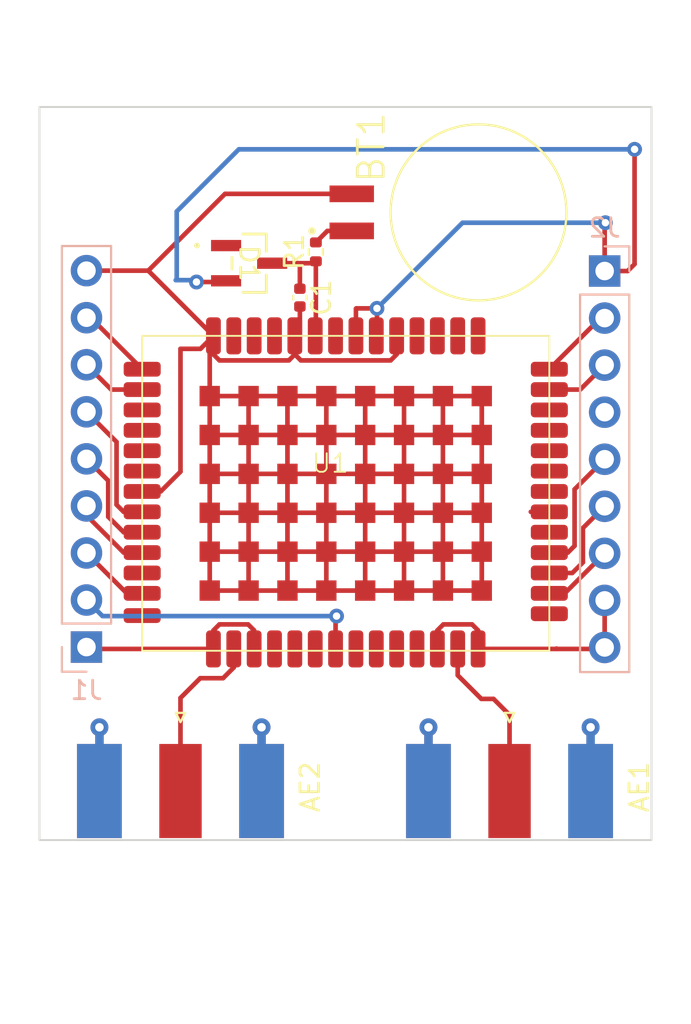
<source format=kicad_pcb>
(kicad_pcb (version 20221018) (generator pcbnew)
  (layers (0 "F.Cu" signal) (31 "B.Cu" signal) (34 "B.Paste" user) (35 "F.Paste" user) (36 "B.SilkS" user "B.Silkscreen") (37 "F.SilkS" user "F.Silkscreen") (38 "B.Mask" user) (39 "F.Mask" user) (44 "Edge.Cuts" user))
  (net 0 "")
  (net 1 "Net-(AE1-A)")
  (net 2 "Net-(AE2-A)")
  (net 3 "Net-(BT1-+)")
  (net 4 "Net-(D1-K)")
  (net 5 "GND")
  (net 6 "+3.3V")
  (net 7 "Net-(J1-Pin_2)")
  (net 8 "Net-(J1-Pin_3)")
  (net 9 "Net-(J1-Pin_4)")
  (net 10 "Net-(J1-Pin_5)")
  (net 11 "Net-(J1-Pin_6)")
  (net 12 "Net-(J1-Pin_7)")
  (net 13 "Net-(J1-Pin_8)")
  (net 14 "Net-(J2-Pin_2)")
  (net 15 "Net-(J2-Pin_3)")
  (net 16 "Net-(J2-Pin_4)")
  (net 17 "Net-(J2-Pin_5)")
  (net 18 "Net-(J2-Pin_6)")
  (net 19 "Net-(J2-Pin_7)")
  (footprint "Gps:SMA_Molex_73251-1153_EdgeMount_Horizontal" (layer "F.Cu") (at 121.92 111.05 90)
    (fp_text reference "AE2" (at -1.5 7 90) (layer "F.SilkS"))
    (fp_text value "Antenna")
    (fp_line (start 2 0) (end 2.5 -0.25) (stroke (width 0.12)) (layer "F.SilkS"))
    (fp_line (start 2.5 -0.25) (end 2.5 0.25) (stroke (width 0.12)) (layer "F.SilkS"))
    (fp_line (start 2.5 0.25) (end 2 0) (stroke (width 0.12)) (layer "F.SilkS"))
    (pad "1" smd rect (at -1.72 0 90) (size 5.08 2.29) (layers "F.Cu" "F.Paste" "F.Mask") (net 2 "Net-(AE2-A)"))
    (pad "2" smd rect (at -1.72 -4.38 90) (size 5.08 2.42) (layers "F.Cu" "F.Paste" "F.Mask"))
    (pad "2" smd rect (at -1.72 -4.38 90) (size 5.08 2.42) (layers "B.Cu" "B.Paste" "B.Mask"))
    (pad "2" smd rect (at -1.72 4.38 90) (size 5.08 2.42) (layers "F.Cu" "F.Paste" "F.Mask"))
    (pad "2" smd rect (at -1.72 4.38 90) (size 5.08 2.42) (layers "B.Cu" "B.Paste" "B.Mask"))
    (pad "2" smd rect (at 1.27 -4.38 90) (size 0.95 0.46) (layers "F.Cu"))
    (pad "2" smd rect (at 1.27 -4.38 90) (size 0.95 0.46) (layers "B.Cu"))
    (pad "2" smd rect (at 1.27 4.38 90) (size 0.95 0.46) (layers "F.Cu"))
    (pad "2" smd rect (at 1.27 4.38 90) (size 0.95 0.46) (layers "B.Cu"))
    (pad "2" thru_hole circle (at 1.72 -4.38 90) (size 0.97 0.97) (drill 0.46) (layers "*.Cu"))
    (pad "2" thru_hole circle (at 1.72 4.38 90) (size 0.97 0.97) (drill 0.46) (layers "*.Cu"))
  )
  (footprint "Gps:PX1172RH" (layer "F.Cu") (at 119.85 90)
    (fp_text reference "U1" (at 10.16 5.08 unlocked) (layer "F.SilkS") (effects (font (thickness 0.1))))
    (fp_text value "~")
    (fp_rect (start 0 -1.8) (end 22 15.2) (stroke (width 0.1)) (fill none) (layer "F.SilkS"))
    (pad "1" smd roundrect (at 3.85 15.1 90) (size 2 0.8) (layers "F.Cu" "F.Paste" "F.Mask") (net 5 "GND"))
    (pad "1$" smd rect (at 3.65 1.45) (size 1.1 1.1) (layers "F.Cu" "F.Paste" "F.Mask") (net 5 "GND"))
    (pad "2" smd roundrect (at 4.95 15.1 90) (size 2 0.8) (layers "F.Cu" "F.Paste" "F.Mask") (net 2 "Net-(AE2-A)"))
    (pad "2$" smd rect (at 5.75 1.45) (size 1.1 1.1) (layers "F.Cu" "F.Paste" "F.Mask"))
    (pad "3" smd roundrect (at 6.05 15.1 90) (size 2 0.8) (layers "F.Cu" "F.Paste" "F.Mask") (net 5 "GND"))
    (pad "3$" smd rect (at 7.85 1.45) (size 1.1 1.1) (layers "F.Cu" "F.Paste" "F.Mask"))
    (pad "4" smd roundrect (at 7.15 15.1 90) (size 2 0.8) (layers "F.Cu" "F.Paste" "F.Mask"))
    (pad "4$" smd rect (at 9.95 1.45) (size 1.1 1.1) (layers "F.Cu" "F.Paste" "F.Mask"))
    (pad "5" smd roundrect (at 8.25 15.1 90) (size 2 0.8) (layers "F.Cu" "F.Paste" "F.Mask"))
    (pad "5$" smd rect (at 12.05 1.45) (size 1.1 1.1) (layers "F.Cu" "F.Paste" "F.Mask"))
    (pad "6" smd roundrect (at 9.35 15.1 90) (size 2 0.8) (layers "F.Cu" "F.Paste" "F.Mask"))
    (pad "6$" smd rect (at 14.15 1.45) (size 1.1 1.1) (layers "F.Cu" "F.Paste" "F.Mask"))
    (pad "7" smd roundrect (at 10.45 15.1 90) (size 2 0.8) (layers "F.Cu" "F.Paste" "F.Mask") (net 7 "Net-(J1-Pin_2)"))
    (pad "7$" smd rect (at 16.25 1.45) (size 1.1 1.1) (layers "F.Cu" "F.Paste" "F.Mask"))
    (pad "8" smd roundrect (at 11.55 15.1 90) (size 2 0.8) (layers "F.Cu" "F.Paste" "F.Mask"))
    (pad "8$" smd rect (at 18.35 1.45) (size 1.1 1.1) (layers "F.Cu" "F.Paste" "F.Mask"))
    (pad "9" smd roundrect (at 12.65 15.1 90) (size 2 0.8) (layers "F.Cu" "F.Paste" "F.Mask"))
    (pad "9$" smd rect (at 3.65 3.55) (size 1.1 1.1) (layers "F.Cu" "F.Paste" "F.Mask"))
    (pad "10" smd roundrect (at 13.75 15.1 90) (size 2 0.8) (layers "F.Cu" "F.Paste" "F.Mask"))
    (pad "10$" smd rect (at 5.75 3.55) (size 1.1 1.1) (layers "F.Cu" "F.Paste" "F.Mask"))
    (pad "11" smd roundrect (at 14.85 15.1 90) (size 2 0.8) (layers "F.Cu" "F.Paste" "F.Mask"))
    (pad "11$" smd rect (at 7.85 3.55) (size 1.1 1.1) (layers "F.Cu" "F.Paste" "F.Mask"))
    (pad "12" smd roundrect (at 15.95 15.1 90) (size 2 0.8) (layers "F.Cu" "F.Paste" "F.Mask") (net 5 "GND"))
    (pad "12$" smd rect (at 9.95 3.55) (size 1.1 1.1) (layers "F.Cu" "F.Paste" "F.Mask"))
    (pad "13" smd roundrect (at 17.05 15.1 90) (size 2 0.8) (layers "F.Cu" "F.Paste" "F.Mask") (net 1 "Net-(AE1-A)"))
    (pad "13$" smd rect (at 12.05 3.55) (size 1.1 1.1) (layers "F.Cu" "F.Paste" "F.Mask"))
    (pad "14" smd roundrect (at 18.15 15.1 90) (size 2 0.8) (layers "F.Cu" "F.Paste" "F.Mask") (net 5 "GND"))
    (pad "14$" smd rect (at 14.15 3.55) (size 1.1 1.1) (layers "F.Cu" "F.Paste" "F.Mask"))
    (pad "15" smd roundrect (at 22 13.2) (size 2 0.8) (layers "F.Cu" "F.Paste" "F.Mask"))
    (pad "15$" smd rect (at 16.25 3.55) (size 1.1 1.1) (layers "F.Cu" "F.Paste" "F.Mask"))
    (pad "16" smd roundrect (at 22 12.1) (size 2 0.8) (layers "F.Cu" "F.Paste" "F.Mask") (net 19 "Net-(J2-Pin_7)"))
    (pad "16$" smd rect (at 18.35 3.55) (size 1.1 1.1) (layers "F.Cu" "F.Paste" "F.Mask"))
    (pad "17" smd roundrect (at 22 11) (size 2 0.8) (layers "F.Cu" "F.Paste" "F.Mask") (net 18 "Net-(J2-Pin_6)"))
    (pad "17$" smd rect (at 3.65 5.65) (size 1.1 1.1) (layers "F.Cu" "F.Paste" "F.Mask"))
    (pad "18" smd roundrect (at 22 9.9) (size 2 0.8) (layers "F.Cu" "F.Paste" "F.Mask") (net 17 "Net-(J2-Pin_5)"))
    (pad "18$" smd rect (at 5.75 5.65) (size 1.1 1.1) (layers "F.Cu" "F.Paste" "F.Mask"))
    (pad "19" smd roundrect (at 22 8.8) (size 2 0.8) (layers "F.Cu" "F.Paste" "F.Mask"))
    (pad "19$" smd rect (at 7.85 5.65) (size 1.1 1.1) (layers "F.Cu" "F.Paste" "F.Mask"))
    (pad "20" smd roundrect (at 22 7.7) (size 2 0.8) (layers "F.Cu" "F.Paste" "F.Mask") (net 16 "Net-(J2-Pin_4)"))
    (pad "20$" smd rect (at 9.95 5.65) (size 1.1 1.1) (layers "F.Cu" "F.Paste" "F.Mask"))
    (pad "21" smd roundrect (at 22 6.6) (size 2 0.8) (layers "F.Cu" "F.Paste" "F.Mask"))
    (pad "21$" smd rect (at 12.05 5.65) (size 1.1 1.1) (layers "F.Cu" "F.Paste" "F.Mask"))
    (pad "22" smd roundrect (at 22 5.5) (size 2 0.8) (layers "F.Cu" "F.Paste" "F.Mask"))
    (pad "22$" smd rect (at 14.15 5.65) (size 1.1 1.1) (layers "F.Cu" "F.Paste" "F.Mask"))
    (pad "23" smd roundrect (at 22 4.4) (size 2 0.8) (layers "F.Cu" "F.Paste" "F.Mask"))
    (pad "23$" smd rect (at 16.25 5.65) (size 1.1 1.1) (layers "F.Cu" "F.Paste" "F.Mask"))
    (pad "24" smd roundrect (at 22 3.3) (size 2 0.8) (layers "F.Cu" "F.Paste" "F.Mask"))
    (pad "24$" smd rect (at 18.35 5.65) (size 1.1 1.1) (layers "F.Cu" "F.Paste" "F.Mask"))
    (pad "25" smd roundrect (at 22 2.2) (size 2 0.8) (layers "F.Cu" "F.Mask"))
    (pad "25$" smd rect (at 3.65 7.75) (size 1.1 1.1) (layers "F.Cu" "F.Paste" "F.Mask"))
    (pad "26" smd roundrect (at 22 1.1) (size 2 0.8) (layers "F.Cu" "F.Paste" "F.Mask") (net 15 "Net-(J2-Pin_3)"))
    (pad "26$" smd rect (at 5.75 7.75) (size 1.1 1.1) (layers "F.Cu" "F.Paste" "F.Mask"))
    (pad "27" smd roundrect (at 22 0) (size 2 0.8) (layers "F.Cu" "F.Paste" "F.Mask") (net 14 "Net-(J2-Pin_2)"))
    (pad "27$" smd rect (at 7.85 7.75) (size 1.1 1.1) (layers "F.Cu" "F.Paste" "F.Mask"))
    (pad "28$" smd rect (at 9.95 7.75) (size 1.1 1.1) (layers "F.Cu" "F.Paste" "F.Mask"))
    (pad "29" smd roundrect (at 17.05 -1.8 90) (size 2 0.8) (layers "F.Cu" "F.Paste" "F.Mask"))
    (pad "29" smd roundrect (at 18.15 -1.8 90) (size 2 0.8) (layers "F.Cu" "F.Paste" "F.Mask"))
    (pad "29$" smd rect (at 12.05 7.75) (size 1.1 1.1) (layers "F.Cu" "F.Paste" "F.Mask"))
    (pad "30" smd roundrect (at 15.95 -1.8 90) (size 2 0.8) (layers "F.Cu" "F.Paste" "F.Mask"))
    (pad "30$" smd rect (at 14.15 7.75) (size 1.1 1.1) (layers "F.Cu" "F.Paste" "F.Mask"))
    (pad "31" smd roundrect (at 14.85 -1.8 90) (size 2 0.8) (layers "F.Cu" "F.Paste" "F.Mask"))
    (pad "31$" smd rect (at 16.25 7.75) (size 1.1 1.1) (layers "F.Cu" "F.Paste" "F.Mask"))
    (pad "32" smd roundrect (at 13.75 -1.8 90) (size 2 0.8) (layers "F.Cu" "F.Paste" "F.Mask") (net 5 "GND"))
    (pad "32$" smd rect (at 18.35 7.75) (size 1.1 1.1) (layers "F.Cu" "F.Paste" "F.Mask"))
    (pad "33" smd roundrect (at 12.65 -1.8 90) (size 2 0.8) (layers "F.Cu" "F.Paste" "F.Mask") (net 6 "+3.3V"))
    (pad "33$" smd rect (at 3.65 9.85) (size 1.1 1.1) (layers "F.Cu" "F.Paste" "F.Mask"))
    (pad "34" smd roundrect (at 11.55 -1.8 90) (size 2 0.8) (layers "F.Cu" "F.Paste" "F.Mask") (net 6 "+3.3V"))
    (pad "34$" smd rect (at 5.75 9.85) (size 1.1 1.1) (layers "F.Cu" "F.Paste" "F.Mask"))
    (pad "35" smd roundrect (at 10.45 -1.8 90) (size 2 0.8) (layers "F.Cu" "F.Paste" "F.Mask"))
    (pad "35$" smd rect (at 7.85 9.85) (size 1.1 1.1) (layers "F.Cu" "F.Paste" "F.Mask"))
    (pad "36" smd roundrect (at 9.35 -1.8 90) (size 2 0.8) (layers "F.Cu" "F.Paste" "F.Mask") (net 4 "Net-(D1-K)"))
    (pad "36$" smd rect (at 9.95 9.85) (size 1.1 1.1) (layers "F.Cu" "F.Paste" "F.Mask"))
    (pad "37" smd roundrect (at 8.25 -1.8 90) (size 2 0.8) (layers "F.Cu" "F.Paste" "F.Mask") (net 5 "GND"))
    (pad "37$" smd rect (at 12.05 9.85) (size 1.1 1.1) (layers "F.Cu" "F.Paste" "F.Mask"))
    (pad "38" smd roundrect (at 7.15 -1.8 90) (size 2 0.8) (layers "F.Cu" "F.Paste" "F.Mask"))
    (pad "38$" smd rect (at 14.15 9.85) (size 1.1 1.1) (layers "F.Cu" "F.Paste" "F.Mask"))
    (pad "39" smd roundrect (at 6.05 -1.8 90) (size 2 0.8) (layers "F.Cu" "F.Paste" "F.Mask"))
    (pad "39$" smd rect (at 16.25 9.85) (size 1.1 1.1) (layers "F.Cu" "F.Paste" "F.Mask"))
    (pad "40" smd roundrect (at 4.95 -1.8 90) (size 2 0.8) (layers "F.Cu" "F.Paste" "F.Mask"))
    (pad "40$" smd rect (at 18.35 9.85) (size 1.1 1.1) (layers "F.Cu" "F.Paste" "F.Mask"))
    (pad "41" smd roundrect (at 3.85 -1.8 90) (size 2 0.8) (layers "F.Cu" "F.Paste" "F.Mask") (net 5 "GND"))
    (pad "41$" smd rect (at 3.65 11.95) (size 1.1 1.1) (layers "F.Cu" "F.Paste" "F.Mask"))
    (pad "42" smd roundrect (at 0 0) (size 2 0.8) (layers "F.Cu" "F.Paste" "F.Mask") (net 13 "Net-(J1-Pin_8)"))
    (pad "42$" smd rect (at 5.75 11.95) (size 1.1 1.1) (layers "F.Cu" "F.Paste" "F.Mask"))
    (pad "43" smd roundrect (at 0 1.1) (size 2 0.8) (layers "F.Cu" "F.Paste" "F.Mask") (net 12 "Net-(J1-Pin_7)"))
    (pad "43$" smd rect (at 7.85 11.95) (size 1.1 1.1) (layers "F.Cu" "F.Paste" "F.Mask"))
    (pad "44" smd roundrect (at 0 2.2) (size 2 0.8) (layers "F.Cu" "F.Paste" "F.Mask"))
    (pad "44$" smd rect (at 9.95 11.95) (size 1.1 1.1) (layers "F.Cu" "F.Paste" "F.Mask"))
    (pad "45" smd roundrect (at 0 3.3) (size 2 0.8) (layers "F.Cu" "F.Paste" "F.Mask"))
    (pad "45$" smd rect (at 12.05 11.95) (size 1.1 1.1) (layers "F.Cu" "F.Paste" "F.Mask"))
    (pad "46" smd roundrect (at 0 4.4) (size 2 0.8) (layers "F.Cu" "F.Paste" "F.Mask"))
    (pad "46$" smd rect (at 14.15 11.95) (size 1.1 1.1) (layers "F.Cu" "F.Paste" "F.Mask"))
    (pad "47" smd roundrect (at 0 5.5) (size 2 0.8) (layers "F.Cu" "F.Paste" "F.Mask"))
    (pad "47$" smd rect (at 16.25 11.95) (size 1.1 1.1) (layers "F.Cu" "F.Paste" "F.Mask"))
    (pad "48" smd roundrect (at 0 6.6) (size 2 0.8) (layers "F.Cu" "F.Paste" "F.Mask") (net 5 "GND"))
    (pad "48$" smd rect (at 18.35 11.95) (size 1.1 1.1) (layers "F.Cu" "F.Paste" "F.Mask"))
    (pad "49" smd roundrect (at 0 7.7) (size 2 0.8) (layers "F.Cu" "F.Paste" "F.Mask") (net 11 "Net-(J1-Pin_6)"))
    (pad "50" smd roundrect (at 0 8.8) (size 2 0.8) (layers "F.Cu" "F.Paste" "F.Mask") (net 10 "Net-(J1-Pin_5)"))
    (pad "51" smd roundrect (at 0 9.9) (size 2 0.8) (layers "F.Cu" "F.Paste" "F.Mask") (net 9 "Net-(J1-Pin_4)"))
    (pad "52" smd roundrect (at 0 11) (size 2 0.8) (layers "F.Cu" "F.Paste" "F.Mask"))
    (pad "53" smd roundrect (at 0 12.1) (size 2 0.8) (layers "F.Cu" "F.Paste" "F.Mask") (net 8 "Net-(J1-Pin_3)"))
    (pad "54" smd roundrect (at 0 13.3) (size 2 0.8) (layers "F.Cu" "F.Paste" "F.Mask"))
  )
  (footprint "Gps:R_0402_1005Metric" (layer "F.Cu") (at 129.2352 83.6656 90)
    (fp_text reference "R1" (at 0 -1.17 90) (layer "F.SilkS"))
    (fp_text value "390")
    (fp_line (start -0.153641 -0.38) (end 0.153641 -0.38) (stroke (width 0.12)) (layer "F.SilkS"))
    (fp_line (start -0.153641 0.38) (end 0.153641 0.38) (stroke (width 0.12)) (layer "F.SilkS"))
    (pad "1" smd roundrect (at -0.51 0 90) (size 0.54 0.64) (layers "F.Cu" "F.Paste" "F.Mask") (net 4 "Net-(D1-K)"))
    (pad "2" smd roundrect (at 0.51 0 90) (size 0.54 0.64) (layers "F.Cu" "F.Paste" "F.Mask") (net 3 "Net-(BT1-+)"))
  )
  (footprint "Gps:C_0402_1005Metric" (layer "F.Cu") (at 128.3716 86.134 -90)
    (fp_text reference "C1" (at 0 -1.16 90) (layer "F.SilkS"))
    (fp_text value "1nF")
    (fp_line (start -0.107836 -0.36) (end 0.107836 -0.36) (stroke (width 0.12)) (layer "F.SilkS"))
    (fp_line (start -0.107836 0.36) (end 0.107836 0.36) (stroke (width 0.12)) (layer "F.SilkS"))
    (pad "1" smd roundrect (at -0.48 0 270) (size 0.56 0.62) (layers "F.Cu" "F.Paste" "F.Mask") (net 4 "Net-(D1-K)"))
    (pad "2" smd roundrect (at 0.48 0 270) (size 0.56 0.62) (layers "F.Cu" "F.Paste" "F.Mask") (net 5 "GND"))
  )
  (footprint "Gps:DIO_RB400DFH_ROM-M" (layer "F.Cu") (at 125.6284 84.2772 -90)
    (fp_text reference "D1" (at 0 0 -90 unlocked) (layer "F.SilkS"))
    (fp_text value "D_Zener")
    (fp_line (start -1.5748 -0.9271) (end -1.5748 0.340606) (stroke (width 0.1524)) (layer "F.SilkS"))
    (fp_line (start -0.63754 -0.9271) (end -1.5748 -0.9271) (stroke (width 0.1524)) (layer "F.SilkS"))
    (fp_line (start -0.312461 0.9271) (end 0.312461 0.9271) (stroke (width 0.1524)) (layer "F.SilkS"))
    (fp_line (start 1.5748 -0.9271) (end 0.63754 -0.9271) (stroke (width 0.1524)) (layer "F.SilkS"))
    (fp_line (start 1.5748 0.340606) (end 1.5748 -0.9271) (stroke (width 0.1524)) (layer "F.SilkS"))
    (fp_circle (center -0.95 2.8194) (end -0.8738 2.8194) (stroke (width 0.1524)) (fill none) (layer "F.SilkS"))
    (pad "1" smd rect (at -0.950001 1.2446 270) (size 0.6096 1.6256) (layers "F.Cu" "F.Paste" "F.Mask"))
    (pad "2" smd rect (at 0.950001 1.2446 270) (size 0.6096 1.6256) (layers "F.Cu" "F.Paste" "F.Mask") (net 6 "+3.3V"))
    (pad "3" smd rect (at 0 -1.2446 270) (size 0.6096 1.6256) (layers "F.Cu" "F.Paste" "F.Mask") (net 4 "Net-(D1-K)"))
  )
  (footprint "Gps:SMA_Molex_73251-1153_EdgeMount_Horizontal" (layer "F.Cu") (at 139.7 111.05 90)
    (fp_text reference "AE1" (at -1.5 7 90) (layer "F.SilkS"))
    (fp_text value "Antenna")
    (fp_line (start 2 0) (end 2.5 -0.25) (stroke (width 0.12)) (layer "F.SilkS"))
    (fp_line (start 2.5 -0.25) (end 2.5 0.25) (stroke (width 0.12)) (layer "F.SilkS"))
    (fp_line (start 2.5 0.25) (end 2 0) (stroke (width 0.12)) (layer "F.SilkS"))
    (pad "1" smd rect (at -1.72 0 90) (size 5.08 2.29) (layers "F.Cu" "F.Paste" "F.Mask") (net 1 "Net-(AE1-A)"))
    (pad "2" smd rect (at -1.72 -4.38 90) (size 5.08 2.42) (layers "F.Cu" "F.Paste" "F.Mask"))
    (pad "2" smd rect (at -1.72 -4.38 90) (size 5.08 2.42) (layers "B.Cu" "B.Paste" "B.Mask"))
    (pad "2" smd rect (at -1.72 4.38 90) (size 5.08 2.42) (layers "F.Cu" "F.Paste" "F.Mask"))
    (pad "2" smd rect (at -1.72 4.38 90) (size 5.08 2.42) (layers "B.Cu" "B.Paste" "B.Mask"))
    (pad "2" smd rect (at 1.27 -4.38 90) (size 0.95 0.46) (layers "F.Cu"))
    (pad "2" smd rect (at 1.27 -4.38 90) (size 0.95 0.46) (layers "B.Cu"))
    (pad "2" smd rect (at 1.27 4.38 90) (size 0.95 0.46) (layers "F.Cu"))
    (pad "2" smd rect (at 1.27 4.38 90) (size 0.95 0.46) (layers "B.Cu"))
    (pad "2" thru_hole circle (at 1.72 -4.38 90) (size 0.97 0.97) (drill 0.46) (layers "*.Cu"))
    (pad "2" thru_hole circle (at 1.72 4.38 90) (size 0.97 0.97) (drill 0.46) (layers "*.Cu"))
  )
  (footprint "Gps:BAT_MS920SE-FL27E" (layer "F.Cu") (at 138.0236 81.534 90)
    (fp_text reference "BT1" (at 3.5052 -5.7912 90) (layer "F.SilkS") (effects (font (size 1.4 1.4))))
    (fp_text value "3V")
    (fp_circle (center -1 -9) (end -0.9 -9) (stroke (width 0.2)) (fill none) (layer "F.SilkS"))
    (fp_circle (center 0 0) (end 4.75 0) (stroke (width 0.127)) (fill none) (layer "F.SilkS"))
    (pad "N" smd rect (at 1 -6.85 180) (size 2.4 0.9) (layers "F.Cu" "F.Paste" "F.Mask") (net 5 "GND"))
    (pad "P" smd rect (at -1 -6.85 180) (size 2.4 0.9) (layers "F.Cu" "F.Paste" "F.Mask") (net 3 "Net-(BT1-+)"))
  )
  (footprint "Gps:PinHeader_1x09_P2.54mm_Vertical" (layer "B.Cu") (at 144.84 84.7 180)
    (fp_text reference "J2" (at 0 2.33) (layer "B.SilkS") (effects (justify mirror)))
    (fp_text value "Conn_01x09")
    (fp_line (start -1.33 -21.65) (end 1.33 -21.65) (stroke (width 0.12)) (layer "B.SilkS"))
    (fp_line (start -1.33 -1.27) (end -1.33 -21.65) (stroke (width 0.12)) (layer "B.SilkS"))
    (fp_line (start -1.33 -1.27) (end 1.33 -1.27) (stroke (width 0.12)) (layer "B.SilkS"))
    (fp_line (start -1.33 0) (end -1.33 1.33) (stroke (width 0.12)) (layer "B.SilkS"))
    (fp_line (start -1.33 1.33) (end 0 1.33) (stroke (width 0.12)) (layer "B.SilkS"))
    (fp_line (start 1.33 -1.27) (end 1.33 -21.65) (stroke (width 0.12)) (layer "B.SilkS"))
    (pad "1" thru_hole rect (at 0 0 180) (size 1.7 1.7) (drill 1) (layers "*.Cu" "*.Mask") (net 6 "+3.3V"))
    (pad "2" thru_hole oval (at 0 -2.54 180) (size 1.7 1.7) (drill 1) (layers "*.Cu" "*.Mask") (net 14 "Net-(J2-Pin_2)"))
    (pad "3" thru_hole oval (at 0 -5.08 180) (size 1.7 1.7) (drill 1) (layers "*.Cu" "*.Mask") (net 15 "Net-(J2-Pin_3)"))
    (pad "4" thru_hole oval (at 0 -7.62 180) (size 1.7 1.7) (drill 1) (layers "*.Cu" "*.Mask") (net 16 "Net-(J2-Pin_4)"))
    (pad "5" thru_hole oval (at 0 -10.16 180) (size 1.7 1.7) (drill 1) (layers "*.Cu" "*.Mask") (net 17 "Net-(J2-Pin_5)"))
    (pad "6" thru_hole oval (at 0 -12.7 180) (size 1.7 1.7) (drill 1) (layers "*.Cu" "*.Mask") (net 18 "Net-(J2-Pin_6)"))
    (pad "7" thru_hole oval (at 0 -15.24 180) (size 1.7 1.7) (drill 1) (layers "*.Cu" "*.Mask") (net 19 "Net-(J2-Pin_7)"))
    (pad "8" thru_hole oval (at 0 -17.78 180) (size 1.7 1.7) (drill 1) (layers "*.Cu" "*.Mask") (net 5 "GND"))
    (pad "9" thru_hole oval (at 0 -20.32 180) (size 1.7 1.7) (drill 1) (layers "*.Cu" "*.Mask") (net 5 "GND"))
  )
  (footprint "Gps:PinHeader_1x09_P2.54mm_Vertical" (layer "B.Cu") (at 116.84 105)
    (fp_text reference "J1" (at 0 2.33) (layer "B.SilkS") (effects (justify mirror)))
    (fp_text value "Conn_01x09")
    (fp_line (start -1.33 -21.65) (end 1.33 -21.65) (stroke (width 0.12)) (layer "B.SilkS"))
    (fp_line (start -1.33 -1.27) (end -1.33 -21.65) (stroke (width 0.12)) (layer "B.SilkS"))
    (fp_line (start -1.33 -1.27) (end 1.33 -1.27) (stroke (width 0.12)) (layer "B.SilkS"))
    (fp_line (start -1.33 0) (end -1.33 1.33) (stroke (width 0.12)) (layer "B.SilkS"))
    (fp_line (start -1.33 1.33) (end 0 1.33) (stroke (width 0.12)) (layer "B.SilkS"))
    (fp_line (start 1.33 -1.27) (end 1.33 -21.65) (stroke (width 0.12)) (layer "B.SilkS"))
    (pad "1" thru_hole rect (at 0 0) (size 1.7 1.7) (drill 1) (layers "*.Cu" "*.Mask") (net 5 "GND"))
    (pad "2" thru_hole oval (at 0 -2.54) (size 1.7 1.7) (drill 1) (layers "*.Cu" "*.Mask") (net 7 "Net-(J1-Pin_2)"))
    (pad "3" thru_hole oval (at 0 -5.08) (size 1.7 1.7) (drill 1) (layers "*.Cu" "*.Mask") (net 8 "Net-(J1-Pin_3)"))
    (pad "4" thru_hole oval (at 0 -7.62) (size 1.7 1.7) (drill 1) (layers "*.Cu" "*.Mask") (net 9 "Net-(J1-Pin_4)"))
    (pad "5" thru_hole oval (at 0 -10.16) (size 1.7 1.7) (drill 1) (layers "*.Cu" "*.Mask") (net 10 "Net-(J1-Pin_5)"))
    (pad "6" thru_hole oval (at 0 -12.7) (size 1.7 1.7) (drill 1) (layers "*.Cu" "*.Mask") (net 11 "Net-(J1-Pin_6)"))
    (pad "7" thru_hole oval (at 0 -15.24) (size 1.7 1.7) (drill 1) (layers "*.Cu" "*.Mask") (net 12 "Net-(J1-Pin_7)"))
    (pad "8" thru_hole oval (at 0 -17.78) (size 1.7 1.7) (drill 1) (layers "*.Cu" "*.Mask") (net 13 "Net-(J1-Pin_8)"))
    (pad "9" thru_hole oval (at 0 -20.32) (size 1.7 1.7) (drill 1) (layers "*.Cu" "*.Mask") (net 5 "GND"))
  )
  (gr_rect (start 114.3 75.8444) (end 147.3708 115.4176) (stroke (width 0.1)) (fill none) (layer "Edge.Cuts"))
  (segment (start 138.8364 107.7976) (end 139.7 108.6612) (width 0.25) (layer "F.Cu") (net 1))
  (segment (start 136.9 105.1) (end 136.9 106.5216) (width 0.25) (layer "F.Cu") (net 1))
  (segment (start 139.7 108.6612) (end 139.7 112.77) (width 0.25) (layer "F.Cu") (net 1))
  (segment (start 136.9 106.5216) (end 138.176 107.7976) (width 0.25) (layer "F.Cu") (net 1))
  (segment (start 138.176 107.7976) (end 138.8364 107.7976) (width 0.25) (layer "F.Cu") (net 1))
  (segment (start 124.22 106.68) (end 122.9868 106.68) (width 0.25) (layer "F.Cu") (net 2))
  (segment (start 122.9868 106.68) (end 121.92 107.7468) (width 0.25) (layer "F.Cu") (net 2))
  (segment (start 124.8 106.1) (end 124.22 106.68) (width 0.25) (layer "F.Cu") (net 2))
  (segment (start 124.8 105.1) (end 124.8 106.1) (width 0.25) (layer "F.Cu") (net 2))
  (segment (start 121.92 107.7468) (end 121.92 112.77) (width 0.25) (layer "F.Cu") (net 2))
  (segment (start 131.1736 82.534) (end 129.8568 82.534) (width 0.25) (layer "F.Cu") (net 3))
  (segment (start 129.8568 82.534) (end 129.2352 83.1556) (width 0.25) (layer "F.Cu") (net 3))
  (segment (start 129.1336 84.2772) (end 129.2352 84.1756) (width 0.25) (layer "F.Cu") (net 4))
  (segment (start 128.27 84.2772) (end 129.1336 84.2772) (width 0.25) (layer "F.Cu") (net 4))
  (segment (start 128.3716 85.654) (end 128.3716 84.3788) (width 0.25) (layer "F.Cu") (net 4))
  (segment (start 128.3716 84.3788) (end 128.27 84.2772) (width 0.25) (layer "F.Cu") (net 4))
  (segment (start 129.2352 88.1648) (end 129.2 88.2) (width 0.25) (layer "F.Cu") (net 4))
  (segment (start 126.873 84.2772) (end 128.27 84.2772) (width 0.25) (layer "F.Cu") (net 4))
  (segment (start 129.2352 84.1756) (end 129.2352 88.1648) (width 0.25) (layer "F.Cu") (net 4))
  (segment (start 125.6 91.45) (end 127.7 91.45) (width 0.25) (layer "F.Cu") (net 5))
  (segment (start 123.7 105.1) (end 116.94 105.1) (width 0.25) (layer "F.Cu") (net 5))
  (segment (start 125.6 91.45) (end 125.6 101.95) (width 0.25) (layer "F.Cu") (net 5))
  (segment (start 137.675 103.775) (end 136.125 103.775) (width 0.25) (layer "F.Cu") (net 5))
  (segment (start 138 104.1) (end 137.675 103.775) (width 0.25) (layer "F.Cu") (net 5))
  (segment (start 123.7 105.1) (end 123.7 104.1) (width 0.25) (layer "F.Cu") (net 5))
  (segment (start 127.7 91.45) (end 129.8 91.45) (width 0.25) (layer "F.Cu") (net 5))
  (segment (start 120.18 84.68) (end 116.84 84.68) (width 0.25) (layer "F.Cu") (net 5))
  (segment (start 142.24 105.1) (end 142.24 105.08) (width 0.25) (layer "F.Cu") (net 5))
  (segment (start 123.5 97.75) (end 123.5 99.85) (width 0.25) (layer "F.Cu") (net 5))
  (segment (start 123.5 101.95) (end 123.5 99.85) (width 0.25) (layer "F.Cu") (net 5))
  (segment (start 138.2 95.65) (end 138.2 97.75) (width 0.25) (layer "F.Cu") (net 5))
  (segment (start 128.1 89.2) (end 128.425 89.525) (width 0.25) (layer "F.Cu") (net 5))
  (segment (start 138.2 101.95) (end 123.5 101.95) (width 0.25) (layer "F.Cu") (net 5))
  (segment (start 128.1 89.2) (end 127.775 89.525) (width 0.25) (layer "F.Cu") (net 5))
  (segment (start 123.7 104.1) (end 124.025 103.775) (width 0.25) (layer "F.Cu") (net 5))
  (segment (start 128.3716 86.614) (end 128.3716 87.9284) (width 0.25) (layer "F.Cu") (net 5))
  (segment (start 134 91.45) (end 136.1 91.45) (width 0.25) (layer "F.Cu") (net 5))
  (segment (start 135.8 105.1) (end 135.8 104.1) (width 0.25) (layer "F.Cu") (net 5))
  (segment (start 127.775 89.525) (end 124.025 89.525) (width 0.25) (layer "F.Cu") (net 5))
  (segment (start 127.7 91.45) (end 127.7 101.95) (width 0.25) (layer "F.Cu") (net 5))
  (segment (start 144.84 105.02) (end 144.84 102.48) (width 0.25) (layer "F.Cu") (net 5))
  (segment (start 144.76 105.1) (end 144.84 105.02) (width 0.25) (layer "F.Cu") (net 5))
  (segment (start 138.2 99.85) (end 138.2 101.95) (width 0.25) (layer "F.Cu") (net 5))
  (segment (start 131.9 91.45) (end 131.9 101.95) (width 0.25) (layer "F.Cu") (net 5))
  (segment (start 123.5 95.65) (end 138.2 95.65) (width 0.25) (layer "F.Cu") (net 5))
  (segment (start 128.425 89.525) (end 133.275 89.525) (width 0.25) (layer "F.Cu") (net 5))
  (segment (start 129.8 91.45) (end 129.8 101.95) (width 0.25) (layer "F.Cu") (net 5))
  (segment (start 138.2 97.75) (end 123.5 97.75) (width 0.25) (layer "F.Cu") (net 5))
  (segment (start 124.025 89.525) (end 123.7 89.2) (width 0.25) (layer "F.Cu") (net 5))
  (segment (start 121.92 88.9) (end 123 88.9) (width 0.25) (layer "F.Cu") (net 5))
  (segment (start 124.326 80.534) (end 120.18 84.68) (width 0.25) (layer "F.Cu") (net 5))
  (segment (start 125.575 103.775) (end 125.9 104.1) (width 0.25) (layer "F.Cu") (net 5))
  (segment (start 123.5 88.4) (end 123.7 88.2) (width 0.25) (layer "F.Cu") (net 5))
  (segment (start 123.5 99.85) (end 138.2 99.85) (width 0.25) (layer "F.Cu") (net 5))
  (segment (start 138 105.1) (end 138 104.1) (width 0.25) (layer "F.Cu") (net 5))
  (segment (start 123.5 91.45) (end 123.5 93.55) (width 0.25) (layer "F.Cu") (net 5))
  (segment (start 116.94 105.1) (end 116.84 105) (width 0.25) (layer "F.Cu") (net 5))
  (segment (start 119.85 96.6) (end 120.85 96.6) (width 0.25) (layer "F.Cu") (net 5))
  (segment (start 128.3716 87.9284) (end 128.1 88.2) (width 0.25) (layer "F.Cu") (net 5))
  (segment (start 123.5 91.45) (end 123.5 88.4) (width 0.25) (layer "F.Cu") (net 5))
  (segment (start 136.1 91.45) (end 136.1 101.95) (width 0.25) (layer "F.Cu") (net 5))
  (segment (start 138.2 91.45) (end 138.2 93.55) (width 0.25) (layer "F.Cu") (net 5))
  (segment (start 131.9 91.45) (end 134 91.45) (width 0.25) (layer "F.Cu") (net 5))
  (segment (start 138.2 91.45) (end 138.2 101.95) (width 0.25) (layer "F.Cu") (net 5))
  (segment (start 123.5 91.45) (end 125.6 91.45) (width 0.25) (layer "F.Cu") (net 5))
  (segment (start 133.275 89.525) (end 133.6 89.2) (width 0.25) (layer "F.Cu") (net 5))
  (segment (start 133.6 89.2) (end 133.6 88.2) (width 0.25) (layer "F.Cu") (net 5))
  (segment (start 131.0212 80.534) (end 124.326 80.534) (width 0.25) (layer "F.Cu") (net 5))
  (segment (start 136.1 91.45) (end 138.2 91.45) (width 0.25) (layer "F.Cu") (net 5))
  (segment (start 123 88.9) (end 123.7 88.2) (width 0.25) (layer "F.Cu") (net 5))
  (segment (start 138 105.1) (end 142.24 105.1) (width 0.25) (layer "F.Cu") (net 5))
  (segment (start 128.1 88.2) (end 128.1 89.2) (width 0.25) (layer "F.Cu") (net 5))
  (segment (start 134 91.45) (end 134 101.95) (width 0.25) (layer "F.Cu") (net 5))
  (segment (start 129.8 91.45) (end 131.9 91.45) (width 0.25) (layer "F.Cu") (net 5))
  (segment (start 121.92 95.53) (end 121.92 88.9) (width 0.25) (layer "F.Cu") (net 5))
  (segment (start 142.24 105.1) (end 144.76 105.1) (width 0.25) (layer "F.Cu") (net 5))
  (segment (start 123.5 93.55) (end 123.5 95.65) (width 0.25) (layer "F.Cu") (net 5))
  (segment (start 120.85 96.6) (end 121.92 95.53) (width 0.25) (layer "F.Cu") (net 5))
  (segment (start 125.9 104.1) (end 125.9 105.1) (width 0.25) (layer "F.Cu") (net 5))
  (segment (start 123.7 89.2) (end 123.7 88.2) (width 0.25) (layer "F.Cu") (net 5))
  (segment (start 136.125 103.775) (end 135.8 104.1) (width 0.25) (layer "F.Cu") (net 5))
  (segment (start 123.7 88.2) (end 120.18 84.68) (width 0.25) (layer "F.Cu") (net 5))
  (segment (start 124.025 103.775) (end 125.575 103.775) (width 0.25) (layer "F.Cu") (net 5))
  (segment (start 123.5 95.65) (end 123.5 97.75) (width 0.25) (layer "F.Cu") (net 5))
  (segment (start 138.2 93.55) (end 123.5 93.55) (width 0.25) (layer "F.Cu") (net 5))
  (segment (start 132.5372 86.7156) (end 131.4196 86.7156) (width 0.25) (layer "F.Cu") (net 6))
  (segment (start 144.84 84.7) (end 144.84 82.1344) (width 0.25) (layer "F.Cu") (net 6))
  (segment (start 124.317801 85.2932) (end 124.3838 85.227201) (width 0.25) (layer "F.Cu") (net 6))
  (segment (start 131.4 86.7352) (end 131.4 88.2) (width 0.25) (layer "F.Cu") (net 6))
  (segment (start 144.84 84.7) (end 146.0844 84.7) (width 0.25) (layer "F.Cu") (net 6))
  (segment (start 131.4196 86.7156) (end 131.4 86.7352) (width 0.25) (layer "F.Cu") (net 6))
  (segment (start 132.5372 88.1628) (end 132.5 88.2) (width 0.25) (layer "F.Cu") (net 6))
  (segment (start 146.0844 84.7) (end 146.4564 84.328) (width 0.25) (layer "F.Cu") (net 6))
  (segment (start 122.7836 85.2932) (end 124.317801 85.2932) (width 0.25) (layer "F.Cu") (net 6))
  (segment (start 132.5372 86.7156) (end 132.5372 88.1628) (width 0.25) (layer "F.Cu") (net 6))
  (segment (start 146.4564 84.328) (end 146.4564 78.1304) (width 0.25) (layer "F.Cu") (net 6))
  (segment (start 144.84 82.1344) (end 144.8816 82.0928) (width 0.25) (layer "F.Cu") (net 6))
  (via (at 144.8816 82.0928) (size 0.8) (drill 0.4) (layers "F.Cu" "B.Cu") (net 6))
  (via (at 122.7836 85.2932) (size 0.8) (drill 0.4) (layers "F.Cu" "B.Cu") (net 6))
  (via (at 146.4564 78.1304) (size 0.8) (drill 0.4) (layers "F.Cu" "B.Cu") (net 6))
  (via (at 132.5372 86.7156) (size 0.8) (drill 0.4) (layers "F.Cu" "B.Cu") (net 6))
  (segment (start 125.0696 78.1304) (end 121.7168 81.4832) (width 0.25) (layer "B.Cu") (net 6))
  (segment (start 121.7168 85.1408) (end 121.666 85.1916) (width 0.25) (layer "B.Cu") (net 6))
  (segment (start 121.7168 81.4832) (end 121.7168 85.1408) (width 0.25) (layer "B.Cu") (net 6))
  (segment (start 121.666 85.1916) (end 122.682 85.1916) (width 0.25) (layer "B.Cu") (net 6))
  (segment (start 137.16 82.0928) (end 132.5372 86.7156) (width 0.25) (layer "B.Cu") (net 6))
  (segment (start 122.682 85.1916) (end 122.7836 85.2932) (width 0.25) (layer "B.Cu") (net 6))
  (segment (start 146.4564 78.1304) (end 125.0696 78.1304) (width 0.25) (layer "B.Cu") (net 6))
  (segment (start 144.8816 82.0928) (end 137.16 82.0928) (width 0.25) (layer "B.Cu") (net 6))
  (segment (start 130.3 105.1) (end 130.3 103.38) (width 0.25) (layer "F.Cu") (net 7))
  (segment (start 130.3 103.38) (end 130.3528 103.3272) (width 0.25) (layer "F.Cu") (net 7))
  (via (at 130.3528 103.3272) (size 0.8) (drill 0.4) (layers "F.Cu" "B.Cu") (net 7))
  (segment (start 117.7072 103.3272) (end 116.84 102.46) (width 0.25) (layer "B.Cu") (net 7))
  (segment (start 130.3528 103.3272) (end 117.7072 103.3272) (width 0.25) (layer "B.Cu") (net 7))
  (segment (start 119.85 102.1) (end 119.02 102.1) (width 0.25) (layer "F.Cu") (net 8))
  (segment (start 119.02 102.1) (end 116.84 99.92) (width 0.25) (layer "F.Cu") (net 8))
  (segment (start 118.85 99.9) (end 116.84 97.89) (width 0.25) (layer "F.Cu") (net 9))
  (segment (start 119.85 99.9) (end 118.85 99.9) (width 0.25) (layer "F.Cu") (net 9))
  (segment (start 116.84 97.89) (end 116.84 97.38) (width 0.25) (layer "F.Cu") (net 9))
  (segment (start 118.015 96.015) (end 116.84 94.84) (width 0.25) (layer "F.Cu") (net 10))
  (segment (start 118.015 97.965) (end 118.015 96.015) (width 0.25) (layer "F.Cu") (net 10))
  (segment (start 119.85 98.8) (end 118.85 98.8) (width 0.25) (layer "F.Cu") (net 10))
  (segment (start 118.85 98.8) (end 118.015 97.965) (width 0.25) (layer "F.Cu") (net 10))
  (segment (start 119.85 97.7) (end 118.85 97.7) (width 0.25) (layer "F.Cu") (net 11))
  (segment (start 118.85 97.7) (end 118.465 97.315) (width 0.25) (layer "F.Cu") (net 11))
  (segment (start 118.465 93.925) (end 116.84 92.3) (width 0.25) (layer "F.Cu") (net 11))
  (segment (start 118.465 97.315) (end 118.465 93.925) (width 0.25) (layer "F.Cu") (net 11))
  (segment (start 119.85 91.1) (end 118.18 91.1) (width 0.25) (layer "F.Cu") (net 12))
  (segment (start 118.18 91.1) (end 116.84 89.76) (width 0.25) (layer "F.Cu") (net 12))
  (segment (start 119.85 90) (end 117.07 87.22) (width 0.25) (layer "F.Cu") (net 13))
  (segment (start 117.07 87.22) (end 116.84 87.22) (width 0.25) (layer "F.Cu") (net 13))
  (segment (start 141.85 90) (end 144.61 87.24) (width 0.25) (layer "F.Cu") (net 14))
  (segment (start 144.61 87.24) (end 144.84 87.24) (width 0.25) (layer "F.Cu") (net 14))
  (segment (start 143.52 91.1) (end 144.84 89.78) (width 0.25) (layer "F.Cu") (net 15))
  (segment (start 141.85 91.1) (end 143.52 91.1) (width 0.25) (layer "F.Cu") (net 15))
  (segment (start 141.85 97.7) (end 140.85 97.7) (width 0.25) (layer "F.Cu") (net 16))
  (segment (start 143.215 99.535) (end 143.215 96.485) (width 0.25) (layer "F.Cu") (net 17))
  (segment (start 143.215 96.485) (end 144.84 94.86) (width 0.25) (layer "F.Cu") (net 17))
  (segment (start 142.85 99.9) (end 143.215 99.535) (width 0.25) (layer "F.Cu") (net 17))
  (segment (start 141.85 99.9) (end 142.85 99.9) (width 0.25) (layer "F.Cu") (net 17))
  (segment (start 141.85 101) (end 143.091701 101) (width 0.25) (layer "F.Cu") (net 18))
  (segment (start 143.091701 101) (end 143.665 100.426701) (width 0.25) (layer "F.Cu") (net 18))
  (segment (start 143.665 100.426701) (end 143.665 98.575) (width 0.25) (layer "F.Cu") (net 18))
  (segment (start 143.665 98.575) (end 144.84 97.4) (width 0.25) (layer "F.Cu") (net 18))
  (segment (start 142.68 102.1) (end 144.84 99.94) (width 0.25) (layer "F.Cu") (net 19))
  (segment (start 141.85 102.1) (end 142.68 102.1) (width 0.25) (layer "F.Cu") (net 19))
)
</source>
